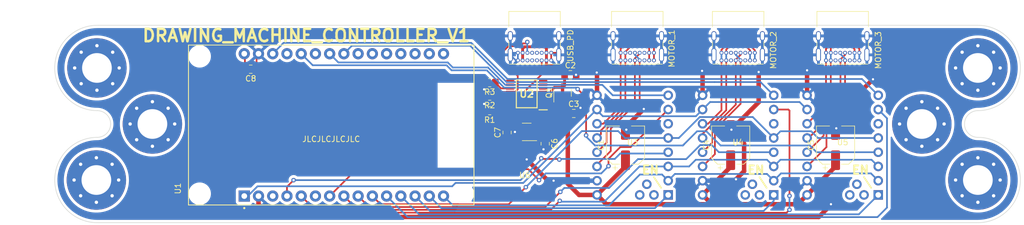
<source format=kicad_pcb>
(kicad_pcb (version 20211014) (generator pcbnew)
  (layers (0 "F.Cu" signal) (31 "B.Cu" signal) (34 "B.Paste" user) (35 "F.Paste" user) (36 "B.SilkS" user "B.Silkscreen") (37 "F.SilkS" user "F.Silkscreen") (38 "B.Mask" user) (39 "F.Mask" user) (44 "Edge.Cuts" user))
  (net 0 "")
  (net 9 "Net-(Q1-Pad1)")
  (net 28 "SCK")
  (net 29 "MISO")
  (net 30 "MOSI")
  (net 31 "MOTOR_V")
  (net 32 "GND")
  (net 33 "A1_MOT_1")
  (net 34 "A2_MOT_1")
  (net 35 "B2_MOT_1")
  (net 36 "B1_MOT_1")
  (net 37 "A1_MOT_2")
  (net 38 "A2_MOT_2")
  (net 39 "B2_MOT_2")
  (net 40 "B1_MOT_2")
  (net 41 "A1_MOT_3")
  (net 42 "A2_MOT_3")
  (net 44 "B2_MOT_3")
  (net 45 "B1_MOT_3")
  (net 50 "CC1")
  (net 54 "CC2")
  (net 59 "SEL")
  (net 60 "EN_1")
  (net 61 "CS_1")
  (net 62 "DIR_1")
  (net 63 "+3.3V")
  (net 64 "EN_2")
  (net 65 "CS_2")
  (net 67 "DIR_2")
  (net 71 "EN_3")
  (net 72 "CS_3")
  (net 74 "DIR_3")
  (net 78 "STEP_2")
  (net 79 "STEP_3")
  (net 80 "STEP_1")
  (net 81 "+5V")
  (net 85 "VBUS")
  (footprint "Capacitor_SMD:CP_Elec_6.3x7.7" (layer "F.Cu") (at 179.3975 107.75 90)
    (fp_text reference "C4")
    (fp_text value "100u35V")
  )
  (footprint "Capacitor_SMD:CP_Elec_6.3x7.7" (layer "F.Cu") (at 198.12 107.75 90)
    (fp_text reference "C5")
    (fp_text value "100u35V")
  )
  (footprint "Resistor_SMD:R_0805_2012Metric_Pad1.20x1.40mm_HandSolder" (layer "F.Cu") (at 136.4 96.6 180)
    (fp_text reference "R3")
    (fp_text value "100k (unsoldered for 15V)")
  )
  (footprint "MountingHole:MountingHole_5.3mm_M5_Pad_Via" (layer "F.Cu") (at 66.2 113.98)
    (fp_text reference "H4")
    (fp_text value "MountingHole")
  )
  (footprint "halfr_kicad_footprints:MODULE_ESP32_DEVKIT_V1" (layer "F.Cu") (at 108.11 104.14 90)
    (fp_text reference "U1")
    (fp_text value "ESP32-DEVKIT-V1")
  )
  (footprint "Package_TO_SOT_SMD:SOT-23-5" (layer "F.Cu") (at 143 105.4 180)
    (fp_text reference "U6")
    (fp_text value "NCP718xSN500")
  )
  (footprint "halfr_kicad_footprints:USB_C_Receptacle_GCT_USB4085" (layer "F.Cu") (at 183.7125 92.625 180)
    (fp_text reference "J2")
    (fp_text value "USB_C_Receptacle_USB2.0")
  )
  (footprint "halfr_kicad_footprints:USB_C_Receptacle_GCT_USB4085" (layer "F.Cu") (at 147.375 92.625 180)
    (fp_text reference "J4")
    (fp_text value "USB_C_Receptacle_USB2.0")
  )
  (footprint "Resistor_SMD:R_0805_2012Metric_Pad1.20x1.40mm_HandSolder" (layer "F.Cu") (at 136.4 101.6 180)
    (fp_text reference "R1")
    (fp_text value "5k1")
  )
  (footprint "Capacitor_SMD:C_0805_2012Metric_Pad1.18x1.45mm_HandSolder" (layer "F.Cu") (at 93.75 94.2 180)
    (fp_text reference "C8")
    (fp_text value "1uF")
  )
  (footprint "Package_TO_SOT_SMD:SOT-23" (layer "F.Cu") (at 149.4 98.4 90)
    (fp_text reference "Q1")
    (fp_text value "AO3400A")
  )
  (footprint "Capacitor_SMD:CP_Elec_6.3x7.7" (layer "F.Cu") (at 160.63 107.75 90)
    (fp_text reference "C1")
    (fp_text value "100u35V")
  )
  (footprint "halfr_kicad_footprints:SOP65P640X120-16N" (layer "F.Cu") (at 143 98.6 180)
    (fp_text reference "U2")
    (fp_text value "IP2721" hide)
  )
  (footprint "Resistor_SMD:R_0805_2012Metric_Pad1.20x1.40mm_HandSolder" (layer "F.Cu") (at 136.4 99 180)
    (fp_text reference "R2")
    (fp_text value "5k1")
  )
  (footprint "Capacitor_SMD:C_0805_2012Metric_Pad1.18x1.45mm_HandSolder" (layer "F.Cu") (at 150.8 95.2)
    (fp_text reference "C2")
    (fp_text value "1u 50V")
  )
  (footprint "Capacitor_SMD:C_0805_2012Metric_Pad1.18x1.45mm_HandSolder" (layer "F.Cu") (at 139.5 105.5 90)
    (fp_text reference "C7")
    (fp_text value "1uF")
  )
  (footprint "halfr_kicad_footprints:TMC2130_V3_BIGTREETECH" (layer "F.Cu") (at 180.7375 107.75)
    (fp_text reference "U4")
    (fp_text value "TMC2130_V3_BIGTREETECH")
  )
  (footprint "MountingHole:MountingHole_5.3mm_M5_Pad_Via" (layer "F.Cu") (at 223.52 113.98)
    (fp_text reference "H5")
    (fp_text value "MountingHole")
  )
  (footprint "MountingHole:MountingHole_5.3mm_M5_Pad_Via" (layer "F.Cu") (at 213.52 103.98)
    (fp_text reference "H6")
    (fp_text value "MountingHole")
  )
  (footprint "halfr_kicad_footprints:TMC2130_V3_BIGTREETECH" (layer "F.Cu") (at 199.39 107.75)
    (fp_text reference "U5")
    (fp_text value "TMC2130_V3_BIGTREETECH")
  )
  (footprint "halfr_kicad_footprints:USB_C_Receptacle_GCT_USB4085" (layer "F.Cu") (at 165.71 92.625 180)
    (fp_text reference "J1")
    (fp_text value "USB_C_Receptacle_USB2.0")
  )
  (footprint "MountingHole:MountingHole_5.3mm_M5_Pad_Via" (layer "F.Cu") (at 76.2 103.98)
    (fp_text reference "H2")
    (fp_text value "MountingHole")
  )
  (footprint "halfr_kicad_footprints:USB_C_Receptacle_GCT_USB4085" (layer "F.Cu") (at 202.365 92.625 180)
    (fp_text reference "J3")
    (fp_text value "USB_C_Receptacle_USB2.0")
  )
  (footprint "Capacitor_SMD:C_0805_2012Metric_Pad1.18x1.45mm_HandSolder" (layer "F.Cu") (at 151.4 102.1)
    (fp_text reference "C3")
    (fp_text value "10u50v")
  )
  (footprint "MountingHole:MountingHole_5.3mm_M5_Pad_Via" (layer "F.Cu") (at 223.52 93.98)
    (fp_text reference "H1")
    (fp_text value "MountingHole")
  )
  (footprint "Capacitor_SMD:C_0805_2012Metric_Pad1.18x1.45mm_HandSolder" (layer "F.Cu") (at 146.3 107.5 -90)
    (fp_text reference "C6")
    (fp_text value "1uF")
  )
  (footprint "MountingHole:MountingHole_5.3mm_M5_Pad_Via" (layer "F.Cu") (at 66.3 93.98)
    (fp_text reference "H3")
    (fp_text value "MountingHole")
  )
  (footprint "halfr_kicad_footprints:TMC2130_V3_BIGTREETECH" (layer "F.Cu") (at 161.9 107.75)
    (fp_text reference "U3")
    (fp_text value "TMC2130_V3_BIGTREETECH")
  )
  (gr_arc (start 223.52 106.36) (mid 231.14 113.98) (end 223.52 121.6) (layer "Edge.Cuts") (width 0.1))
  (gr_arc (start 66.36 121.6) (mid 58.74 113.98) (end 66.36 106.36) (layer "Edge.Cuts") (width 0.1))
  (gr_arc (start 223.52 106.36) (mid 221.14 103.98) (end 223.52 101.6) (layer "Edge.Cuts") (width 0.1))
  (gr_line (start 66.36 86.36) (end 223.52 86.36) (layer "Edge.Cuts") (width 0.1))
  (gr_line (start 223.52 121.6) (end 66.36 121.6) (layer "Edge.Cuts") (width 0.1))
  (gr_arc (start 223.52 86.36) (mid 231.14 93.98) (end 223.52 101.6) (layer "Edge.Cuts") (width 0.1))
  (gr_arc (start 66.36 101.6) (mid 68.74 103.98) (end 66.36 106.36) (layer "Edge.Cuts") (width 0.1))
  (gr_arc (start 66.36 101.6) (mid 58.74 93.98) (end 66.36 86.36) (layer "Edge.Cuts") (width 0.1))
  (gr_text "DRAWING_MACHINE_CONTROLLER_V1" (at 103.665 88.2) (layer "F.SilkS") (effects (font (size 2.2 2.2) (thickness 0.45))))
  (gr_text "MOTOR_1" (at 168.885 90.525 90) (layer "F.SilkS") (effects (font (size 1 1))))
  (gr_text "MOTOR_2" (at 187.0175 90.805 90) (layer "F.SilkS") (effects (font (size 1 1))))
  (gr_text "MOTOR_3" (at 205.74 90.805 90) (layer "F.SilkS") (effects (font (size 1 1))))
  (gr_text "JLCJLCJLCJLC" (at 108.11 106.68) (layer "F.SilkS") (effects (font (size 1 1))))
  (gr_text "USB_PD" (at 150.8 90 90) (layer "F.SilkS") (effects (font (size 1 1))))
  (segment (start 147.875 100.875) (end 145.938 100.875) (width 0.3) (layer "F.Cu") (net 9))
  (segment (start 148.45 100.3) (end 147.875 100.875) (width 0.3) (layer "F.Cu") (net 9))
  (segment (start 148.45 99.3375) (end 148.45 100.3) (width 0.3) (layer "F.Cu") (net 9))
  (segment (start 130.363778 119.3) (end 112.835 119.3) (width 0.3) (layer "F.Cu") (net 28))
  (segment (start 147.279999 119.320001) (end 130.383779 119.320001) (width 0.3) (layer "F.Cu") (net 28))
  (segment (start 148.9 117.7) (end 147.279999 119.320001) (width 0.3) (layer "F.Cu") (net 28))
  (segment (start 112.835 119.3) (end 110.375 116.84) (width 0.3) (layer "F.Cu") (net 28))
  (segment (start 130.383779 119.320001) (end 130.363778 119.3) (width 0.3) (layer "F.Cu") (net 28))
  (via (at 148.9 117.7) (size 0.8) (drill 0.4) (layers "F.Cu" "B.Cu") (net 28))
  (segment (start 163.14 111.56) (end 168.25 111.56) (width 0.3) (layer "B.Cu") (net 28))
  (segment (start 148.9 117.7) (end 149.04 117.84) (width 0.3) (layer "B.Cu") (net 28))
  (segment (start 188.2875 110.36) (end 187.0875 111.56) (width 0.3) (layer "B.Cu") (net 28))
  (segment (start 156.86 117.84) (end 163.14 111.56) (width 0.3) (layer "B.Cu") (net 28))
  (segment (start 149.04 117.84) (end 156.86 117.84) (width 0.3) (layer "B.Cu") (net 28))
  (segment (start 173.1775 110.36) (end 171.9775 111.56) (width 0.3) (layer "B.Cu") (net 28))
  (segment (start 185.8875 110.36) (end 173.1775 110.36) (width 0.3) (layer "B.Cu") (net 28))
  (segment (start 171.9775 111.56) (end 168.25 111.56) (width 0.3) (layer "B.Cu") (net 28))
  (segment (start 204.54 110.36) (end 188.2875 110.36) (width 0.3) (layer "B.Cu") (net 28))
  (segment (start 187.0875 111.56) (end 185.8875 110.36) (width 0.3) (layer "B.Cu") (net 28))
  (segment (start 205.74 111.56) (end 204.54 110.36) (width 0.3) (layer "B.Cu") (net 28))
  (segment (start 116.915 118.3) (end 115.455 116.84) (width 0.3) (layer "F.Cu") (net 29))
  (segment (start 142.85 115.25) (end 139.779999 118.320001) (width 0.3) (layer "F.Cu") (net 29))
  (segment (start 139.779999 118.320001) (end 130.797993 118.320001) (width 0.3) (layer "F.Cu") (net 29))
  (segment (start 130.797993 118.320001) (end 130.777992 118.3) (width 0.3) (layer "F.Cu") (net 29))
  (segment (start 130.777992 118.3) (end 116.915 118.3) (width 0.3) (layer "F.Cu") (net 29))
  (via (at 142.85 115.25) (size 0.8) (drill 0.4) (layers "F.Cu" "B.Cu") (net 29))
  (segment (start 159.32 105.25) (end 160.55 106.48) (width 0.3) (layer "B.Cu") (net 29))
  (segment (start 173.890443 102.74) (end 170.150443 106.48) (width 0.3) (layer "B.Cu") (net 29))
  (segment (start 194.98 106.48) (end 205.74 106.48) (width 0.3) (layer "B.Cu") (net 29))
  (segment (start 187.0875 106.48) (end 183.3475 102.74) (width 0.3) (layer "B.Cu") (net 29))
  (segment (start 183.3475 102.74) (end 173.890443 102.74) (width 0.3) (layer "B.Cu") (net 29))
  (segment (start 160.55 106.48) (end 168.25 106.48) (width 0.3) (layer "B.Cu") (net 29))
  (segment (start 142.85 115.242894) (end 152.842894 105.25) (width 0.3) (layer "B.Cu") (net 29))
  (segment (start 152.842894 105.25) (end 159.32 105.25) (width 0.3) (layer "B.Cu") (net 29))
  (segment (start 187.0875 106.48) (end 188.2875 105.28) (width 0.3) (layer "B.Cu") (net 29))
  (segment (start 170.150443 106.48) (end 168.25 106.48) (width 0.3) (layer "B.Cu") (net 29))
  (segment (start 188.2875 105.28) (end 193.78 105.28) (width 0.3) (layer "B.Cu") (net 29))
  (segment (start 193.78 105.28) (end 194.98 106.48) (width 0.3) (layer "B.Cu") (net 29))
  (segment (start 142.85 115.25) (end 142.85 115.242894) (width 0.3) (layer "B.Cu") (net 29))
  (segment (start 188.3875 112.8) (end 204.44 112.8) (width 0.3) (layer "B.Cu") (net 30))
  (segment (start 187.0875 114.1) (end 188.3875 112.8) (width 0.3) (layer "B.Cu") (net 30))
  (segment (start 187.0875 114.1) (end 185.8875 112.9) (width 0.3) (layer "B.Cu") (net 30))
  (segment (start 185.8875 112.9) (end 169.45 112.9) (width 0.3) (layer "B.Cu") (net 30))
  (segment (start 167.15 113) (end 163.2 113) (width 0.3) (layer "B.Cu") (net 30))
  (segment (start 168.25 114.1) (end 167.15 113) (width 0.3) (layer "B.Cu") (net 30))
  (segment (start 204.44 112.8) (end 205.74 114.1) (width 0.3) (layer "B.Cu") (net 30))
  (segment (start 157.7 118.5) (end 129.815 118.5) (width 0.3) (layer "B.Cu") (net 30))
  (segment (start 163.2 113) (end 157.7 118.5) (width 0.3) (layer "B.Cu") (net 30))
  (segment (start 129.815 118.5) (end 128.155 116.84) (width 0.3) (layer "B.Cu") (net 30))
  (segment (start 169.45 112.9) (end 168.25 114.1) (width 0.3) (layer "B.Cu") (net 30))
  (segment (start 140.5 102.1) (end 140.062 101.662) (width 0.8) (layer "F.Cu") (net 31))
  (segment (start 198.12 111.56) (end 193.04 116.64) (width 0.8) (layer "F.Cu") (net 31))
  (segment (start 179.3975 111.63) (end 174.3875 116.64) (width 0.8) (layer "F.Cu") (net 31))
  (segment (start 155.55 116.64) (end 152.34 116.64) (width 0.8) (layer "F.Cu") (net 31))
  (segment (start 140.062 101.662) (end 140.062 101.05) (width 0.8) (layer "F.Cu") (net 31))
  (segment (start 193.04 116.64) (end 191.38 118.3) (width 0.8) (layer "F.Cu") (net 31))
  (segment (start 176.0475 118.3) (end 174.3875 116.64) (width 0.8) (layer "F.Cu") (net 31))
  (segment (start 149.895197 103.595197) (end 150.35 103.140394) (width 0.8) (layer "F.Cu") (net 31))
  (segment (start 160.63 110.45) (end 160.63 111.56) (width 0.8) (layer "F.Cu") (net 31))
  (segment (start 150.35 99.3375) (end 150.35 103.140394) (width 0.8) (layer "F.Cu") (net 31))
  (segment (start 191.38 118.3) (end 176.0475 118.3) (width 0.8) (layer "F.Cu") (net 31))
  (segment (start 198.12 110.45) (end 198.12 111.56) (width 0.8) (layer "F.Cu") (net 31))
  (segment (start 150.3625 102.1) (end 140.5 102.1) (width 0.8) (layer "F.Cu") (net 31))
  (segment (start 147.140394 106.35) (end 149.895197 103.595197) (width 0.8) (layer "F.Cu") (net 31))
  (segment (start 144.1375 106.35) (end 147.140394 106.35) (width 0.8) (layer "F.Cu") (net 31))
  (segment (start 176 118.3) (end 157.21 118.3) (width 0.8) (layer "F.Cu") (net 31))
  (segment (start 144.1375 104.45) (end 149.040394 104.45) (width 0.8) (layer "F.Cu") (net 31))
  (segment (start 160.63 111.56) (end 155.55 116.64) (width 0.8) (layer "F.Cu") (net 31))
  (segment (start 149.040394 104.45) (end 149.895197 103.595197) (width 0.8) (layer "F.Cu") (net 31))
  (segment (start 179.3975 110.45) (end 179.3975 111.63) (width 0.8) (layer "F.Cu") (net 31))
  (segment (start 157.21 118.3) (end 155.55 116.64) (width 0.8) (layer "F.Cu") (net 31))
  (segment (start 152.34 116.64) (end 150.3375 114.6375) (width 0.8) (layer "F.Cu") (net 31))
  (segment (start 150.3375 114.6375) (end 150.3375 102.3) (width 0.8) (layer "F.Cu") (net 31))
  (segment (start 198.25 104.75) (end 198.25 102.55) (width 0.8) (layer "F.Cu") (net 32))
  (segment (start 181.8 107.5) (end 179.3975 105.0975) (width 0.8) (layer "F.Cu") (net 32))
  (segment (start 174.3875 94.5875) (end 174.3 94.5) (width 0.8) (layer "F.Cu") (net 32))
  (segment (start 95.135 118.335) (end 97 120.2) (width 0.8) (layer "F.Cu") (net 32))
  (segment (start 160.63 105.05) (end 160.73 105.05) (width 0.3) (layer "F.Cu") (net 32))
  (segment (start 179.4875 105.05) (end 179.5375 105) (width 0.3) (layer "F.Cu") (net 32))
  (segment (start 95.135 116.84) (end 95.135 118.335) (width 0.8) (layer "F.Cu") (net 32))
  (segment (start 148.355 91.275) (end 148.725 91.645) (width 0.3) (layer "F.Cu") (net 32))
  (segment (start 195.129999 120.570001) (end 197.3 118.4) (width 0.8) (layer "F.Cu") (net 32))
  (segment (start 135.4 96.6) (end 135.4 97.8) (width 0.3) (layer "F.Cu") (net 32))
  (segment (start 140.4375 105.4) (end 139.5 104.4625) (width 0.3) (layer "F.Cu") (net 32))
  (segment (start 147.8 114.1) (end 146.8 114.1) (width 0.8) (layer "F.Cu") (net 32))
  (segment (start 179.5375 104.9625) (end 183.1 101.4) (width 0.8) (layer "F.Cu") (net 32))
  (segment (start 152.4375 101.2625) (end 152.6 101.1) (width 0.8) (layer "F.Cu") (net 32))
  (segment (start 152.4375 102.1) (end 152.4375 101.2625) (width 0.8) (layer "F.Cu") (net 32))
  (segment (start 146.0375 108.5375) (end 146 108.5) (width 0.3) (layer "F.Cu") (net 32))
  (segment (start 155.55 98.86) (end 155.55 94.85) (width 0.8) (layer "F.Cu") (net 32))
  (segment (start 147.375 91.275) (end 148.355 91.275) (width 0.3) (layer "F.Cu") (net 32))
  (segment (start 140.9 105.4) (end 140.4375 105.4) (width 0.3) (layer "F.Cu") (net 32))
  (segment (start 179.5375 105) (end 179.5375 104.9625) (width 0.8) (layer "F.Cu") (net 32))
  (segment (start 144.325 98.275) (end 144 98.6) (width 0.3) (layer "F.Cu") (net 32))
  (segment (start 198.25 102.55) (end 204.8 96) (width 0.8) (layer "F.Cu") (net 32))
  (segment (start 179.3975 105.0975) (end 179.3975 105.05) (width 0.8) (layer "F.Cu") (net 32))
  (segment (start 179.3975 105.05) (end 179.4875 105.05) (width 0.3) (layer "F.Cu") (net 32))
  (segment (start 94.7875 94.2) (end 94.7875 91.7875) (width 0.3) (layer "F.Cu") (net 32))
  (segment (start 151.8375 95.2) (end 151.8 95.2) (width 0.3) (layer "F.Cu") (net 32))
  (segment (start 180.35 113.85) (end 181.8 112.4) (width 0.8) (layer "F.Cu") (net 32))
  (segment (start 97 120.2) (end 97.370001 120.570001) (width 0.8) (layer "F.Cu") (net 32))
  (segment (start 146.8 114.1) (end 143 110.3) (width 0.8) (layer "F.Cu") (net 32))
  (segment (start 184.4 100.1) (end 184.4 94.7) (width 0.8) (layer "F.Cu") (net 32))
  (segment (start 145.938 98.275) (end 144.325 98.275) (width 0.3) (layer "F.Cu") (net 32))
  (segment (start 174.3875 98.86) (end 174.3875 94.5875) (width 0.8) (layer "F.Cu") (net 32))
  (segment (start 160.78 105) (end 160.78 104.42) (width 0.8) (layer "F.Cu") (net 32))
  (segment (start 135.6 99) (end 135.6 100.2) (width 0.3) (layer "F.Cu") (net 32))
  (segment (start 135.6 100.6) (end 135.4 100.4) (width 0.3) (layer "F.Cu") (net 32))
  (segment (start 160.78 104.42) (end 163.9 101.3) (width 0.8) (layer "F.Cu") (net 32))
  (segment (start 146.3 108.5375) (end 146.0375 108.5375) (width 0.3) (layer "F.Cu") (net 32))
  (segment (start 183.1 101.4) (end 184.4 100.1) (width 0.8) (layer "F.Cu") (net 32))
  (segment (start 198.12 105.05) (end 198.12 104.88) (width 0.3) (layer "F.Cu") (net 32))
  (segment (start 94.7875 91.7875) (end 95.135 91.44) (width 0.3) (layer "F.Cu") (net 32))
  (segment (start 198.12 104.88) (end 198.25 104.75) (width 0.3) (layer "F.Cu") (net 32))
  (segment (start 181.8 112.4) (end 181.8 107.5) (width 0.8) (layer "F.Cu") (net 32))
  (segment (start 135.6 99) (end 135.6 98) (width 0.3) (layer "F.Cu") (net 32))
  (segment (start 155.55 94.85) (end 155.5 94.8) (width 0.8) (layer "F.Cu") (net 32))
  (segment (start 135.6 101.6) (end 135.6 100.6) (width 0.3) (layer "F.Cu") (net 32))
  (segment (start 135.6 100.2) (end 135.4 100.4) (width 0.3) (layer "F.Cu") (net 32))
  (segment (start 160.73 105.05) (end 160.78 105) (width 0.3) (layer "F.Cu") (net 32))
  (segment (start 144.1375 105.4) (end 140.9 105.4) (width 0.3) (layer "F.Cu") (net 32))
  (segment (start 197.3 118.4) (end 197.3 118.3) (width 0.8) (layer "F.Cu") (net 32))
  (segment (start 193.04 94.4) (end 193.04 98.86) (width 0.8) (layer "F.Cu") (net 32))
  (segment (start 97.370001 120.570001) (end 195.129999 120.570001) (width 0.8) (layer "F.Cu") (net 32))
  (segment (start 135.6 98) (end 135.4 97.8) (width 0.3) (layer "F.Cu") (net 32))
  (segment (start 147.375 92.625) (end 147.375 91.275) (width 0.3) (layer "F.Cu") (net 32))
  (via (at 147.8 114.1) (size 0.8) (drill 0.4) (layers "F.Cu" "B.Cu") (net 32))
  (via (at 204.8 96) (size 0.8) (drill 0.4) (layers "F.Cu" "B.Cu") (net 32))
  (via (at 184.4 94.7) (size 0.8) (drill 0.4) (layers "F.Cu" "B.Cu") (net 32))
  (via (at 152.6 101.1) (size 0.8) (drill 0.4) (layers "F.Cu" "B.Cu") (net 32))
  (via (at 135.4 100.4) (size 0.8) (drill 0.4) (layers "F.Cu" "B.Cu") (net 32))
  (via (at 146 108.5) (size 0.8) (drill 0.4) (layers "F.Cu" "B.Cu") (net 32))
  (via (at 197.3 118.3) (size 0.8) (drill 0.4) (layers "F.Cu" "B.Cu") (net 32))
  (via (at 151.8 95.2) (size 0.8) (drill 0.4) (layers "F.Cu" "B.Cu") (net 32))
  (via (at 179.5375 105) (size 0.8) (drill 0.4) (layers "F.Cu" "B.Cu") (net 32))
  (via (at 198.25 104.75) (size 0.8) (drill 0.4) (layers "F.Cu" "B.Cu") (net 32))
  (via (at 135.4 97.8) (size 0.8) (drill 0.4) (layers "F.Cu" "B.Cu") (net 32))
  (via (at 160.78 105) (size 0.8) (drill 0.4) (layers "F.Cu" "B.Cu") (net 32))
  (via (at 174.3 94.5) (size 0.8) (drill 0.4) (layers "F.Cu" "B.Cu") (net 32))
  (via (at 144 98.6) (size 0.8) (drill 0.4) (layers "F.Cu" "B.Cu") (net 32))
  (via (at 143 110.3) (size 0.8) (drill 0.4) (layers "F.Cu" "B.Cu") (net 32))
  (via (at 180.35 113.85) (size 0.8) (drill 0.4) (layers "F.Cu" "B.Cu") (net 32))
  (via (at 140.9 105.4) (size 0.8) (drill 0.4) (layers "F.Cu" "B.Cu") (net 32))
  (via (at 155.5 94.8) (size 0.8) (drill 0.4) (layers "F.Cu" "B.Cu") (net 32))
  (via (at 193.04 94.4) (size 0.8) (drill 0.4) (layers "F.Cu" "B.Cu") (net 32))
  (via (at 163.9 101.3) (size 0.8) (drill 0.4) (layers "F.Cu" "B.Cu") (net 32))
  (segment (start 140.445 91.275) (end 140.075 91.645) (width 0.3) (layer "B.Cu") (net 32))
  (segment (start 141.425 91.275) (end 140.445 91.275) (width 0.3) (layer "B.Cu") (net 32))
  (segment (start 141.055 92.625) (end 140.075 91.645) (width 0.3) (layer "B.Cu") (net 32))
  (segment (start 180.35 113.85) (end 180.1 114.1) (width 0.8) (layer "B.Cu") (net 32))
  (segment (start 147.8 114.1) (end 155.55 114.1) (width 0.8) (layer "B.Cu") (net 32))
  (segment (start 180.1 114.1) (end 174.3875 114.1) (width 0.8) (layer "B.Cu") (net 32))
  (segment (start 141.425 92.625) (end 141.425 91.275) (width 0.3) (layer "B.Cu") (net 32))
  (segment (start 141.425 92.625) (end 141.055 92.625) (width 0.3) (layer "B.Cu") (net 32))
  (segment (start 160.61 91.275) (end 160.61 91.09) (width 0.3) (layer "F.Cu") (net 33))
  (segment (start 158.48 102.88726) (end 160.61 100.75726) (width 0.3) (layer "F.Cu") (net 33))
  (segment (start 156.245787 105.784213) (end 156.245787 105.14) (width 0.3) (layer "F.Cu") (net 33))
  (segment (start 155.55 106.48) (end 156.245787 105.784213) (width 0.3) (layer "F.Cu") (net 33))
  (segment (start 164.86 90.46) (end 164.86 91.275) (width 0.3) (layer "F.Cu") (net 33))
  (segment (start 161.7 90) (end 164.4 90) (width 0.3) (layer "F.Cu") (net 33))
  (segment (start 160.61 100.75726) (end 160.61 92.71) (width 0.3) (layer "F.Cu") (net 33))
  (segment (start 164.86 91.275) (end 164.86 92.625) (width 0.3) (layer "F.Cu") (net 33))
  (segment (start 158.48 102.905788) (end 158.48 102.88726) (width 0.3) (layer "F.Cu") (net 33))
  (segment (start 160.61 91.09) (end 161.7 90) (width 0.3) (layer "F.Cu") (net 33))
  (segment (start 160.61 92.625) (end 160.61 91.275) (width 0.3) (layer "F.Cu") (net 33))
  (segment (start 156.245787 105.14) (end 158.48 102.905788) (width 0.3) (layer "F.Cu") (net 33))
  (segment (start 164.4 90) (end 164.86 90.46) (width 0.3) (layer "F.Cu") (net 33))
  (segment (start 165.71 92.625) (end 165.71 91.275) (width 0.3) (layer "F.Cu") (net 34))
  (segment (start 156.66 103.94) (end 159.76 100.84) (width 0.3) (layer "F.Cu") (net 34))
  (segment (start 159.76 100.84) (end 159.76 92.71) (width 0.3) (layer "F.Cu") (net 34))
  (segment (start 161.4 88.9) (end 164.5 88.9) (width 0.3) (layer "F.Cu") (net 34))
  (segment (start 159.76 91.275) (end 159.76 92.625) (width 0.3) (layer "F.Cu") (net 34))
  (segment (start 159.76 90.54) (end 161.4 88.9) (width 0.3) (layer "F.Cu") (net 34))
  (segment (start 159.76 91.275) (end 159.76 90.54) (width 0.3) (layer "F.Cu") (net 34))
  (segment (start 164.5 88.9) (end 165.71 90.11) (width 0.3) (layer "F.Cu") (net 34))
  (segment (start 155.55 103.94) (end 156.66 103.94) (width 0.3) (layer "F.Cu") (net 34))
  (segment (start 165.71 90.11) (end 165.71 91.275) (width 0.3) (layer "F.Cu") (net 34))
  (segment (start 155.55 111.25) (end 158 108.8) (width 0.3) (layer "F.Cu") (net 35))
  (segment (start 159.48 103.301472) (end 159.831472 102.95) (width 0.3) (layer "F.Cu") (net 35))
  (segment (start 163.16 99.64) (end 163.16 92.71) (width 0.3) (layer "F.Cu") (net 35))
  (segment (start 155.55 111.56) (end 155.55 111.25) (width 0.3) (layer "F.Cu") (net 35))
  (segment (start 158 108.8) (end 158 104.8) (width 0.3) (layer "F.Cu") (net 35))
  (segment (start 159.831472 102.95) (end 159.85 102.95) (width 0.3) (layer "F.Cu") (net 35))
  (segment (start 159.48 103.32) (end 159.48 103.301472) (width 0.3) (layer "F.Cu") (net 35))
  (segment (start 159.85 102.95) (end 163.16 99.64) (width 0.3) (layer "F.Cu") (net 35))
  (segment (start 158 104.8) (end 159.48 103.32) (width 0.3) (layer "F.Cu") (net 35))
  (segment (start 162.31 91.275) (end 162.31 91.63505) (width 0.3) (layer "B.Cu") (net 35))
  (segment (start 163.16 92.48505) (end 163.16 92.625) (width 0.3) (layer "B.Cu") (net 35))
  (segment (start 162.31 91.63505) (end 163.16 92.48505) (width 0.3) (layer "B.Cu") (net 35))
  (segment (start 158.98 103.094366) (end 162.31 99.764366) (width 0.3) (layer "F.Cu") (net 36))
  (segment (start 163.16 91.275) (end 163.16 91.41495) (width 0.3) (layer "F.Cu") (net 36))
  (segment (start 162.31 92.26495) (end 162.31 92.625) (width 0.3) (layer "F.Cu") (net 36))
  (segment (start 157.25 107.32) (end 157.25 104.842894) (width 0.3) (layer "F.Cu") (net 36))
  (segment (start 162.31 99.764366) (end 162.31 92.71) (width 0.3) (layer "F.Cu") (net 36))
  (segment (start 158.98 103.112894) (end 158.98 103.094366) (width 0.3) (layer "F.Cu") (net 36))
  (segment (start 155.55 109.02) (end 157.25 107.32) (width 0.3) (layer "F.Cu") (net 36))
  (segment (start 157.25 104.842894) (end 158.98 103.112894) (width 0.3) (layer "F.Cu") (net 36))
  (segment (start 163.16 91.41495) (end 162.31 92.26495) (width 0.3) (layer "F.Cu") (net 36))
  (segment (start 179.3 90) (end 182.02745 90) (width 0.3) (layer "F.Cu") (net 37))
  (segment (start 182.02745 90) (end 182.8625 90.83505) (width 0.3) (layer "F.Cu") (net 37))
  (segment (start 178.6125 90.6875) (end 179.3 90) (width 0.3) (layer "F.Cu") (net 37))
  (segment (start 182.8625 90.83505) (end 182.8625 91.275) (width 0.3) (layer "F.Cu") (net 37))
  (segment (start 174.3875 106.48) (end 174.3875 105.74726) (width 0.3) (layer "F.Cu") (net 37))
  (segment (start 178.6125 101.52226) (end 178.6125 92.925) (width 0.3) (layer "F.Cu") (net 37))
  (segment (start 178.6125 91.275) (end 178.6125 90.6875) (width 0.3) (layer "F.Cu") (net 37))
  (segment (start 174.3875 105.74726) (end 178.6125 101.52226) (width 0.3) (layer "F.Cu") (net 37))
  (segment (start 182.8625 92.625) (end 182.8625 91.275) (width 0.3) (layer "B.Cu") (net 37))
  (segment (start 178.6125 92.625) (end 178.6125 91.275) (width 0.3) (layer "B.Cu") (net 37))
  (segment (start 179.1 89.4) (end 177.7625 90.7375) (width 0.3) (layer "F.Cu") (net 38))
  (segment (start 177.7625 90.7375) (end 177.7625 91.275) (width 0.3) (layer "F.Cu") (net 38))
  (segment (start 177.7625 92.925) (end 177.7625 101.5375) (width 0.3) (layer "F.Cu") (net 38))
  (segment (start 183.7125 90.8125) (end 182.3 89.4) (width 0.3) (layer "F.Cu") (net 38))
  (segment (start 175.36 103.94) (end 174.3875 103.94) (width 0.3) (layer "F.Cu") (net 38))
  (segment (start 183.7125 91.275) (end 183.7125 90.8125) (width 0.3) (layer "F.Cu") (net 38))
  (segment (start 182.3 89.4) (end 179.1 89.4) (width 0.3) (layer "F.Cu") (net 38))
  (segment (start 177.7625 101.5375) (end 175.36 103.94) (width 0.3) (layer "F.Cu") (net 38))
  (segment (start 177.7625 92.625) (end 177.7625 91.275) (width 0.3) (layer "B.Cu") (net 38))
  (segment (start 183.7125 92.625) (end 183.7125 91.275) (width 0.3) (layer "B.Cu") (net 38))
  (segment (start 176.5875 104.961472) (end 176.5875 109.36) (width 0.3) (layer "F.Cu") (net 39))
  (segment (start 181.1625 92.925) (end 181.1625 100.386472) (width 0.3) (layer "F.Cu") (net 39))
  (segment (start 181.1625 100.386472) (end 176.5875 104.961472) (width 0.3) (layer "F.Cu") (net 39))
  (segment (start 176.5875 109.36) (end 174.3875 111.56) (width 0.3) (layer "F.Cu") (net 39))
  (segment (start 180.3125 91.275) (end 180.3125 91.63505) (width 0.3) (layer "B.Cu") (net 39))
  (segment (start 180.3125 91.63505) (end 181.1625 92.48505) (width 0.3) (layer "B.Cu") (net 39))
  (segment (start 181.1625 92.48505) (end 181.1625 92.625) (width 0.3) (layer "B.Cu") (net 39))
  (segment (start 180.3125 92.48505) (end 181.1625 91.63505) (width 0.3) (layer "F.Cu") (net 40))
  (segment (start 180.3125 92.925) (end 180.3125 100.529366) (width 0.3) (layer "F.Cu") (net 40))
  (segment (start 176.0875 104.754366) (end 176.0875 107.32) (width 0.3) (layer "F.Cu") (net 40))
  (segment (start 176.0875 107.32) (end 174.3875 109.02) (width 0.3) (layer "F.Cu") (net 40))
  (segment (start 180.3125 92.625) (end 180.3125 92.48505) (width 0.3) (layer "F.Cu") (net 40))
  (segment (start 181.1625 91.63505) (end 181.1625 91.275) (width 0.3) (layer "F.Cu") (net 40))
  (segment (start 180.3125 100.529366) (end 176.0875 104.754366) (width 0.3) (layer "F.Cu") (net 40))
  (segment (start 197.265 90.435) (end 197.265 91.275) (width 0.3) (layer "F.Cu") (net 41))
  (segment (start 197.265 100.422106) (end 197.265 92.925) (width 0.3) (layer "F.Cu") (net 41))
  (segment (start 195.5 102.187106) (end 197.265 100.422106) (width 0.3) (layer "F.Cu") (net 41))
  (segment (start 193.04 106.48) (end 193.32 106.48) (width 0.3) (layer "F.Cu") (net 41))
  (segment (start 201.515 90.615) (end 200.9 90) (width 0.3) (layer "F.Cu") (net 41))
  (segment (start 200.9 90) (end 197.7 90) (width 0.3) (layer "F.Cu") (net 41))
  (segment (start 201.515 91.275) (end 201.515 90.615) (width 0.3) (layer "F.Cu") (net 41))
  (segment (start 193.32 106.48) (end 195.5 104.3) (width 0.3) (layer "F.Cu") (net 41))
  (segment (start 195.5 104.3) (end 195.5 102.187106) (width 0.3) (layer "F.Cu") (net 41))
  (segment (start 197.7 90) (end 197.265 90.435) (width 0.3) (layer "F.Cu") (net 41))
  (segment (start 197.265 92.925) (end 197.265 91.575) (width 0.3) (layer "B.Cu") (net 41))
  (segment (start 201.515 91.575) (end 201.515 92.625) (width 0.3) (layer "B.Cu") (net 41))
  (segment (start 196.415 100.565) (end 193.04 103.94) (width 0.3) (layer "F.Cu") (net 42))
  (segment (start 196.415 92.925) (end 196.415 100.565) (width 0.3) (layer "F.Cu") (net 42))
  (segment (start 196.415 90.577894) (end 197.492894 89.5) (width 0.3) (layer "F.Cu") (net 42))
  (segment (start 196.415 91.275) (end 196.415 90.577894) (width 0.3) (layer "F.Cu") (net 42))
  (segment (start 201.3 89.5) (end 202.365 90.565) (width 0.3) (layer "F.Cu") (net 42))
  (segment (start 202.365 90.565) (end 202.365 91.275) (width 0.3) (layer "F.Cu") (net 42))
  (segment (start 197.492894 89.5) (end 201.3 89.5) (width 0.3) (layer "F.Cu") (net 42))
  (segment (start 196.415 92.925) (end 196.415 91.575) (width 0.3) (layer "B.Cu") (net 42))
  (segment (start 202.365 91.575) (end 202.365 92.625) (width 0.3) (layer "B.Cu") (net 42))
  (segment (start 196.5 108.1) (end 196.5 102.601318) (width 0.3) (layer "F.Cu") (net 44))
  (segment (start 199.815 99.286318) (end 199.815 92.925) (width 0.3) (layer "F.Cu") (net 44))
  (segment (start 193.04 111.56) (end 196.5 108.1) (width 0.3) (layer "F.Cu") (net 44))
  (segment (start 196.5 102.601318) (end 199.815 99.286318) (width 0.3) (layer "F.Cu") (net 44))
  (segment (start 198.965 91.275) (end 198.965 91.465) (width 0.3) (layer "B.Cu") (net 44))
  (segment (start 198.965 91.465) (end 199.815 92.315) (width 0.3) (layer "B.Cu") (net 44))
  (segment (start 199.815 92.315) (end 199.815 92.625) (width 0.3) (layer "B.Cu") (net 44))
  (segment (start 196 106.06) (end 193.04 109.02) (width 0.3) (layer "F.Cu") (net 45))
  (segment (start 199 92.45005) (end 199 99.394212) (width 0.3) (layer "F.Cu") (net 45))
  (segment (start 196 102.394212) (end 196 106.06) (width 0.3) (layer "F.Cu") (net 45))
  (segment (start 199.815 91.275) (end 199.815 91.63505) (width 0.3) (layer "F.Cu") (net 45))
  (segment (start 199 99.394212) (end 196 102.394212) (width 0.3) (layer "F.Cu") (net 45))
  (segment (start 199.815 91.63505) (end 199 92.45005) (width 0.3) (layer "F.Cu") (net 45))
  (segment (start 141.875 98.925) (end 140.062 98.925) (width 0.3) (layer "F.Cu") (net 50))
  (segment (start 138.55 99.45) (end 139.075 98.925) (width 0.3) (layer "F.Cu") (net 50))
  (segment (start 139.075 98.925) (end 140.062 98.925) (width 0.3) (layer "F.Cu") (net 50))
  (segment (start 145.675 95.125) (end 141.875 98.925) (width 0.3) (layer "F.Cu") (net 50))
  (segment (start 145.675 92.625) (end 145.675 95.125) (width 0.3) (layer "F.Cu") (net 50))
  (segment (start 138.55 100.65) (end 138.55 99.45) (width 0.3) (layer "F.Cu") (net 50))
  (segment (start 137.6 101.6) (end 138.55 100.65) (width 0.3) (layer "F.Cu") (net 50))
  (segment (start 138.9 92.9) (end 141.4 95.4) (width 0.3) (layer "F.Cu") (net 54))
  (segment (start 141.4 97.8) (end 140.925 98.275) (width 0.3) (layer "F.Cu") (net 54))
  (segment (start 139.743629 90.095) (end 138.9 90.938629) (width 0.3) (layer "F.Cu") (net 54))
  (segment (start 140.062 98.275) (end 138.325 98.275) (width 0.3) (layer "F.Cu") (net 54))
  (segment (start 142.8505 89.6) (end 142.351472 89.6) (width 0.3) (layer "F.Cu") (net 54))
  (segment (start 143.1 89.3505) (end 142.8505 89.6) (width 0.3) (layer "F.Cu") (net 54))
  (segment (start 142.351472 89.6) (end 141.856472 90.095) (width 0.3) (layer "F.Cu") (net 54))
  (segment (start 138.9 90.938629) (end 138.9 92.9) (width 0.3) (layer "F.Cu") (net 54))
  (segment (start 141.856472 90.095) (end 139.743629 90.095) (width 0.3) (layer "F.Cu") (net 54))
  (segment (start 140.925 98.275) (end 140.062 98.275) (width 0.3) (layer "F.Cu") (net 54))
  (segment (start 141.4 95.4) (end 141.4 97.8) (width 0.3) (layer "F.Cu") (net 54))
  (segment (start 138.325 98.275) (end 137.6 99) (width 0.3) (layer "F.Cu") (net 54))
  (via (at 143.1 89.3505) (size 0.8) (drill 0.4) (layers "F.Cu" "B.Cu") (net 54))
  (segment (start 143.125 91.13505) (end 143.125 91.275) (width 0.3) (layer "B.Cu") (net 54))
  (segment (start 143.1 91.11005) (end 143.125 91.13505) (width 0.3) (layer "B.Cu") (net 54))
  (segment (start 143.1 89.3505) (end 143.1 91.11005) (width 0.3) (layer "B.Cu") (net 54))
  (segment (start 138.425 97.625) (end 140.062 97.625) (width 0.3) (layer "F.Cu") (net 59))
  (segment (start 137.4 96.6) (end 138.425 97.625) (width 0.3) (layer "F.Cu") (net 59))
  (segment (start 168.25 116.64) (end 165.89 119) (width 0.3) (layer "B.Cu") (net 60))
  (segment (start 165.89 119) (end 127.775 119) (width 0.3) (layer "B.Cu") (net 60))
  (segment (start 127.775 119) (end 125.615 116.84) (width 0.3) (layer "B.Cu") (net 60))
  (segment (start 145.72 110.22) (end 145.6 110.1) (width 0.3) (layer "F.Cu") (net 61))
  (segment (start 148.826424 110.326424) (end 148.72 110.22) (width 0.3) (layer "F.Cu") (net 61))
  (segment (start 100.215 116.84) (end 100.215 115.185) (width 0.3) (layer "F.Cu") (net 61))
  (segment (start 100.215 115.185) (end 101.4 114) (width 0.3) (layer "F.Cu") (net 61))
  (segment (start 148.72 110.22) (end 145.72 110.22) (width 0.3) (layer "F.Cu") (net 61))
  (via (at 145.6 110.1) (size 0.8) (drill 0.4) (layers "F.Cu" "B.Cu") (net 61))
  (via (at 148.826424 110.326424) (size 0.8) (drill 0.4) (layers "F.Cu" "B.Cu") (net 61))
  (via (at 101.4 114) (size 0.8) (drill 0.4) (layers "F.Cu" "B.Cu") (net 61))
  (segment (start 145.6 110.3) (end 145.6 110.1) (width 0.3) (layer "B.Cu") (net 61))
  (segment (start 101.4 114) (end 141.9 114) (width 0.3) (layer "B.Cu") (net 61))
  (segment (start 158.727057 110.22) (end 159.697057 109.25) (width 0.3) (layer "B.Cu") (net 61))
  (segment (start 148.932848 110.22) (end 158.727057 110.22) (width 0.3) (layer "B.Cu") (net 61))
  (segment (start 141.9 114) (end 145.6 110.3) (width 0.3) (layer "B.Cu") (net 61))
  (segment (start 148.826424 110.326424) (end 148.932848 110.22) (width 0.3) (layer "B.Cu") (net 61))
  (segment (start 168.02 109.25) (end 168.25 109.02) (width 0.3) (layer "B.Cu") (net 61))
  (segment (start 159.697057 109.25) (end 168.02 109.25) (width 0.3) (layer "B.Cu") (net 61))
  (segment (start 136.092895 93.9) (end 129.807106 93.9) (width 0.3) (layer "B.Cu") (net 62))
  (segment (start 129.807106 93.9) (end 128.907106 93) (width 0.3) (layer "B.Cu") (net 62))
  (segment (start 168.25 98.86) (end 158.36 98.86) (width 0.3) (layer "B.Cu") (net 62))
  (segment (start 156.5 97) (end 139.192895 97) (width 0.3) (layer "B.Cu") (net 62))
  (segment (start 139.192895 97) (end 136.092895 93.9) (width 0.3) (layer "B.Cu") (net 62))
  (segment (start 128.907106 93) (end 109.395 93) (width 0.3) (layer "B.Cu") (net 62))
  (segment (start 109.395 93) (end 107.835 91.44) (width 0.3) (layer "B.Cu") (net 62))
  (segment (start 158.36 98.86) (end 156.5 97) (width 0.3) (layer "B.Cu") (net 62))
  (segment (start 174.3875 101.4) (end 173.1875 102.6) (width 0.3) (layer "B.Cu") (net 63))
  (segment (start 129.7 115.1) (end 94.965811 115.1) (width 0.3) (layer "B.Cu") (net 63))
  (segment (start 155.442893 101.442894) (end 142.385787 114.5) (width 0.3) (layer "B.Cu") (net 63))
  (segment (start 93.225811 116.84) (end 92.595 116.84) (width 0.3) (layer "B.Cu") (net 63))
  (segment (start 94.965811 115.1) (end 93.225811 116.84) (width 0.3) (layer "B.Cu") (net 63))
  (segment (start 173.1875 102.6) (end 156.6 102.6) (width 0.3) (layer "B.Cu") (net 63))
  (segment (start 191.7 100.06) (end 175.7275 100.06) (width 0.3) (layer "B.Cu") (net 63))
  (segment (start 156.6 102.6) (end 155.442893 101.442894) (width 0.3) (layer "B.Cu") (net 63))
  (segment (start 175.7275 100.06) (end 174.3875 101.4) (width 0.3) (layer "B.Cu") (net 63))
  (segment (start 142.385787 114.5) (end 130.3 114.5) (width 0.3) (layer "B.Cu") (net 63))
  (segment (start 130.3 114.5) (end 129.7 115.1) (width 0.3) (layer "B.Cu") (net 63))
  (segment (start 193.04 101.4) (end 191.7 100.06) (width 0.3) (layer "B.Cu") (net 63))
  (segment (start 187.0875 117.7) (end 185.2875 119.5) (width 0.3) (layer "B.Cu") (net 64))
  (segment (start 125.735 119.5) (end 123.075 116.84) (width 0.3) (layer "B.Cu") (net 64))
  (segment (start 185.2875 119.5) (end 125.735 119.5) (width 0.3) (layer "B.Cu") (net 64))
  (segment (start 187.0875 116.64) (end 187.0875 117.7) (width 0.3) (layer "B.Cu") (net 64))
  (segment (start 146.279999 118.820001) (end 130.590886 118.820001) (width 0.3) (layer "F.Cu") (net 65))
  (segment (start 130.570885 118.8) (end 114.875 118.8) (width 0.3) (layer "F.Cu") (net 65))
  (segment (start 149 116.1) (end 146.279999 118.820001) (width 0.3) (layer "F.Cu") (net 65))
  (segment (start 114.875 118.8) (end 112.915 116.84) (width 0.3) (layer "F.Cu") (net 65))
  (segment (start 130.590886 118.820001) (end 130.570885 118.8) (width 0.3) (layer "F.Cu") (net 65))
  (via (at 149 116.1) (size 0.8) (drill 0.4) (layers "F.Cu" "B.Cu") (net 65))
  (segment (start 149.7 115.4) (end 157.7 115.4) (width 0.3) (layer "B.Cu") (net 65))
  (segment (start 176.0375 107.75) (end 177.3075 109.02) (width 0.3) (layer "B.Cu") (net 65))
  (segment (start 171.460443 110.25) (end 173.960443 107.75) (width 0.3) (layer "B.Cu") (net 65))
  (segment (start 177.3075 109.02) (end 187.0875 109.02) (width 0.3) (layer "B.Cu") (net 65))
  (segment (start 149 116.1) (end 149.7 115.4) (width 0.3) (layer "B.Cu") (net 65))
  (segment (start 173.960443 107.75) (end 176.0375 107.75) (width 0.3) (layer "B.Cu") (net 65))
  (segment (start 157.7 115.4) (end 162.85 110.25) (width 0.3) (layer "B.Cu") (net 65))
  (segment (start 162.85 110.25) (end 171.460443 110.25) (width 0.3) (layer "B.Cu") (net 65))
  (segment (start 110.375 91.44) (end 111.805001 90.009999) (width 0.3) (layer "B.Cu") (net 67))
  (segment (start 111.805001 90.009999) (end 132.909999 90.009999) (width 0.3) (layer "B.Cu") (net 67))
  (segment (start 132.909999 90.009999) (end 139.4 96.5) (width 0.3) (layer "B.Cu") (net 67))
  (segment (start 139.4 96.5) (end 176.5 96.5) (width 0.3) (layer "B.Cu") (net 67))
  (segment (start 184.7275 96.5) (end 176.5375 96.5) (width 0.3) (layer "B.Cu") (net 67))
  (segment (start 187.0875 98.86) (end 184.7275 96.5) (width 0.3) (layer "B.Cu") (net 67))
  (segment (start 205.74 116.64) (end 202.28 120.1) (width 0.3) (layer "B.Cu") (net 71))
  (segment (start 123.795 120.1) (end 120.535 116.84) (width 0.3) (layer "B.Cu") (net 71))
  (segment (start 202.28 120.1) (end 123.795 120.1) (width 0.3) (layer "B.Cu") (net 71))
  (segment (start 153.6 106) (end 153.6 99.2495) (width 0.3) (layer "F.Cu") (net 72))
  (segment (start 153.6 99.2495) (end 152.1 97.7495) (width 0.3) (layer "F.Cu") (net 72))
  (via (at 152.1 97.7495) (size 0.8) (drill 0.4) (layers "F.Cu" "B.Cu") (net 72))
  (via (at 153.6 106) (size 0.8) (drill 0.4) (layers "F.Cu" "B.Cu") (net 72))
  (segment (start 135.885788 94.4) (end 129.6 94.4) (width 0.3) (layer "B.Cu") (net 72))
  (segment (start 171.042279 107.642279) (end 170.934557 107.75) (width 0.3) (layer "B.Cu") (net 72))
  (segment (start 193.537057 107.82) (end 177.6075 107.82) (width 0.3) (layer "B.Cu") (net 72))
  (segment (start 138.985788 97.5) (end 135.885788 94.4) (width 0.3) (layer "B.Cu") (net 72))
  (segment (start 129.6 94.4) (end 128.7 93.5) (width 0.3) (layer "B.Cu") (net 72))
  (segment (start 153.6 106) (end 153.6 106.227057) (width 0.3) (layer "B.Cu") (net 72))
  (segment (start 151.8505 97.5) (end 138.985788 97.5) (width 0.3) (layer "B.Cu") (net 72))
  (segment (start 155.192943 107.82) (end 170.864558 107.82) (width 0.3) (layer "B.Cu") (net 72))
  (segment (start 194.737057 109.02) (end 193.537057 107.82) (width 0.3) (layer "B.Cu") (net 72))
  (segment (start 152.1 97.7495) (end 151.8505 97.5) (width 0.3) (layer "B.Cu") (net 72))
  (segment (start 175.0675 105.28) (end 173.404557 105.28) (width 0.3) (layer "B.Cu") (net 72))
  (segment (start 177.6075 107.82) (end 175.0675 105.28) (width 0.3) (layer "B.Cu") (net 72))
  (segment (start 104.815 93.5) (end 102.755 91.44) (width 0.3) (layer "B.Cu") (net 72))
  (segment (start 153.6 106.227057) (end 155.192943 107.82) (width 0.3) (layer "B.Cu") (net 72))
  (segment (start 205.74 109.02) (end 194.737057 109.02) (width 0.3) (layer "B.Cu") (net 72))
  (segment (start 170.864558 107.82) (end 171.042279 107.642279) (width 0.3) (layer "B.Cu") (net 72))
  (segment (start 173.404557 105.28) (end 171.042279 107.642279) (width 0.3) (layer "B.Cu") (net 72))
  (segment (start 128.7 93.5) (end 104.815 93.5) (width 0.3) (layer "B.Cu") (net 72))
  (segment (start 99.6 89.5) (end 133.107106 89.5) (width 0.3) (layer "B.Cu") (net 74))
  (segment (start 97.675 91.44) (end 99.105001 90.009999) (width 0.3) (layer "B.Cu") (net 74))
  (segment (start 139.557106 95.95) (end 202.83 95.95) (width 0.3) (layer "B.Cu") (net 74))
  (segment (start 202.83 95.95) (end 205.74 98.86) (width 0.3) (layer "B.Cu") (net 74))
  (segment (start 133.107106 89.5) (end 139.557106 95.95) (width 0.3) (layer "B.Cu") (net 74))
  (segment (start 99.105001 90.009999) (end 99.105001 89.994999) (width 0.3) (layer "B.Cu") (net 74))
  (segment (start 99.105001 89.994999) (end 99.6 89.5) (width 0.3) (layer "B.Cu") (net 74))
  (segment (start 189.9 101.6) (end 189.9 116.8) (width 0.3) (layer "F.Cu") (net 78))
  (segment (start 105.715 119.8) (end 102.755 116.84) (width 0.3) (layer "F.Cu") (net 78))
  (segment (start 189.7 101.4) (end 189.9 101.6) (width 0.3) (layer "F.Cu") (net 78))
  (segment (start 189.379999 119.820001) (end 130.176673 119.820001) (width 0.3) (layer "F.Cu") (net 78))
  (segment (start 130.156672 119.8) (end 105.715 119.8) (width 0.3) (layer "F.Cu") (net 78))
  (segment (start 130.176673 119.820001) (end 130.156672 119.8) (width 0.3) (layer "F.Cu") (net 78))
  (segment (start 187.0875 101.4) (end 189.7 101.4) (width 0.3) (layer "F.Cu") (net 78))
  (segment (start 189.9005 119.2995) (end 189.379999 119.820001) (width 0.3) (layer "F.Cu") (net 78))
  (via (at 189.9005 119.2995) (size 0.8) (drill 0.4) (layers "F.Cu" "B.Cu") (net 78))
  (via (at 189.9 116.8) (size 0.8) (drill 0.4) (layers "F.Cu" "B.Cu") (net 78))
  (segment (start 189.9005 119.2995) (end 189.9 119.299) (width 0.3) (layer "B.Cu") (net 78))
  (segment (start 189.9 119.299) (end 189.9 116.8) (width 0.3) (layer "B.Cu") (net 78))
  (segment (start 205.6 120.6) (end 207.3 118.9) (width 0.3) (layer "B.Cu") (net 79))
  (segment (start 207.3 102.96) (end 205.74 101.4) (width 0.3) (layer "B.Cu") (net 79))
  (segment (start 121.755 120.6) (end 205.6 120.6) (width 0.3) (layer "B.Cu") (net 79))
  (segment (start 117.995 116.84) (end 121.755 120.6) (width 0.3) (layer "B.Cu") (net 79))
  (segment (start 207.3 118.9) (end 207.3 102.96) (width 0.3) (layer "B.Cu") (net 79))
  (segment (start 143.289339 112.05) (end 112.625 112.05) (width 0.3) (layer "F.Cu") (net 80))
  (segment (start 144.139339 112.9) (end 143.289339 112.05) (width 0.3) (layer "F.Cu") (net 80))
  (segment (start 159.7 108.1) (end 161.55 108.1) (width 0.3) (layer "F.Cu") (net 80))
  (segment (start 145.2 114) (end 144.139339 112.939339) (width 0.3) (layer "F.Cu") (net 80))
  (segment (start 144.139339 112.939339) (end 144.139339 112.9) (width 0.3) (layer "F.Cu") (net 80))
  (segment (start 157.6 110.2) (end 159.7 108.1) (width 0.3) (layer "F.Cu") (net 80))
  (segment (start 112.625 112.05) (end 107.835 116.84) (width 0.3) (layer "F.Cu") (net 80))
  (segment (start 161.55 108.1) (end 168.25 101.4) (width 0.3) (layer "F.Cu") (net 80))
  (segment (start 157.6 111.5) (end 157.6 110.2) (width 0.3) (layer "F.Cu") (net 80))
  (via (at 145.2 114) (size 0.8) (drill 0.4) (layers "F.Cu" "B.Cu") (net 80))
  (via (at 157.6 111.5) (size 0.8) (drill 0.4) (layers "F.Cu" "B.Cu") (net 80))
  (segment (start 156.3 112.8) (end 157.6 111.5) (width 0.3) (layer "B.Cu") (net 80))
  (segment (start 146.4 112.8) (end 156.3 112.8) (width 0.3) (layer "B.Cu") (net 80))
  (segment (start 145.2 114) (end 146.4 112.8) (width 0.3) (layer "B.Cu") (net 80))
  (segment (start 139.5 106.5375) (end 141.675 106.5375) (width 0.3) (layer "F.Cu") (net 81))
  (segment (start 92.7125 91.5575) (end 92.595 91.44) (width 0.3) (layer "F.Cu") (net 81))
  (segment (start 141.675 106.5375) (end 141.8625 106.35) (width 0.3) (layer "F.Cu") (net 81))
  (segment (start 132.9 95.4) (end 93.9125 95.4) (width 0.3) (layer "F.Cu") (net 81))
  (segment (start 93.9125 95.4) (end 92.7125 94.2) (width 0.3) (layer "F.Cu") (net 81))
  (segment (start 92.7125 94.2) (end 92.7125 91.5575) (width 0.3) (layer "F.Cu") (net 81))
  (segment (start 138.688972 106.5375) (end 134.1 101.948528) (width 0.3) (layer "F.Cu") (net 81))
  (segment (start 134.1 96.6) (end 132.9 95.4) (width 0.3) (layer "F.Cu") (net 81))
  (segment (start 134.1 101.948528) (end 134.1 96.6) (width 0.3) (layer "F.Cu") (net 81))
  (segment (start 139.5 106.5375) (end 138.688972 106.5375) (width 0.3) (layer "F.Cu") (net 81))
  (segment (start 147.2 100.225) (end 146.9 100.225) (width 0.5) (layer "F.Cu") (net 85))
  (segment (start 147.4 100) (end 147.2 100.2) (width 0.5) (layer "F.Cu") (net 85))
  (segment (start 146.525 90.525) (end 146.525 91.275) (width 0.5) (layer "F.Cu") (net 85))
  (segment (start 146.525 93.525) (end 146.6 93.6) (width 0.5) (layer "F.Cu") (net 85))
  (segment (start 142.275 92.625) (end 142.275 91.275) (width 0.5) (layer "F.Cu") (net 85))
  (segment (start 147.4 98) (end 147.4 100) (width 0.5) (layer "F.Cu") (net 85))
  (segment (start 147.7 97.7) (end 147.4 98) (width 0.3) (layer "F.Cu") (net 85))
  (segment (start 148.1625 93.6) (end 149.7625 95.2) (width 0.5) (layer "F.Cu") (net 85))
  (segment (start 145.938 100.225) (end 145.963 100.2) (width 0.3) (layer "F.Cu") (net 85))
  (segment (start 149.7625 95.2) (end 149.7625 97.1) (width 0.5) (layer "F.Cu") (net 85))
  (segment (start 149.4 97.4625) (end 147.9375 97.4625) (width 0.5) (layer "F.Cu") (net 85))
  (segment (start 142.6 90.2) (end 146.2 90.2) (width 0.5) (layer "F.Cu") (net 85))
  (segment (start 142.275 90.525) (end 142.6 90.2) (width 0.5) (layer "F.Cu") (net 85))
  (segment (start 146.525 92.625) (end 146.525 93.525) (width 0.5) (layer "F.Cu") (net 85))
  (segment (start 149.7625 97.1) (end 149.4 97.4625) (width 0.5) (layer "F.Cu") (net 85))
  (segment (start 146.525 91.275) (end 146.525 92.625) (width 0.5) (layer "F.Cu") (net 85))
  (segment (start 146.2 90.2) (end 146.525 90.525) (width 0.5) (layer "F.Cu") (net 85))
  (segment (start 142.275 91.275) (end 142.275 90.525) (width 0.5) (layer "F.Cu") (net 85))
  (segment (start 145.963 100.225) (end 146.9 100.225) (width 0.5) (layer "F.Cu") (net 85))
  (segment (start 146.6 93.6) (end 148.1625 93.6) (width 0.5) (layer "F.Cu") (net 85))
  (segment (start 147.9375 97.4625) (end 147.4 98) (width 0.5) (layer "F.Cu") (net 85))
  (zone (net 32) (net_name "GND") (layer "B.Cu") (connect_pads (clearance 0.508)) (min_thickness 0.254) (fill yes (thermal_gap 0.508) (thermal_bridge_width 0.508))
    (polygon (pts (xy 231.775 121.92) (xy 49 122) (xy 49 85.725) (xy 231.775 85.725)))
  )
)
</source>
